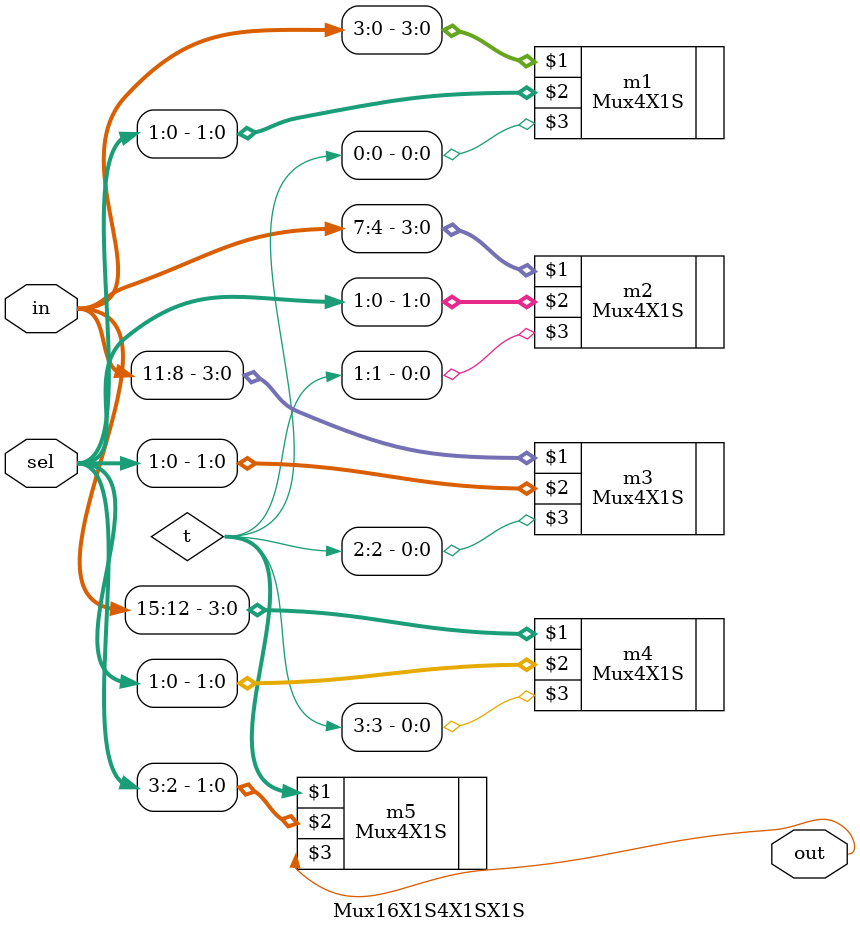
<source format=v>
`timescale 1ns / 1ps


module Mux16X1S4X1SX1S(in,sel,out);
input [15:0] in;
input [3:0] sel;
output out;
wire [3:0] t;
Mux4X1S m1(in[3:0],sel[1:0],t[0]);
Mux4X1S m2(in[7:4],sel[1:0],t[1]);
Mux4X1S m3(in[11:8],sel[1:0],t[2]);
Mux4X1S m4(in[15:12],sel[1:0],t[3]);
Mux4X1S m5(t,sel[3:2],out);
endmodule

</source>
